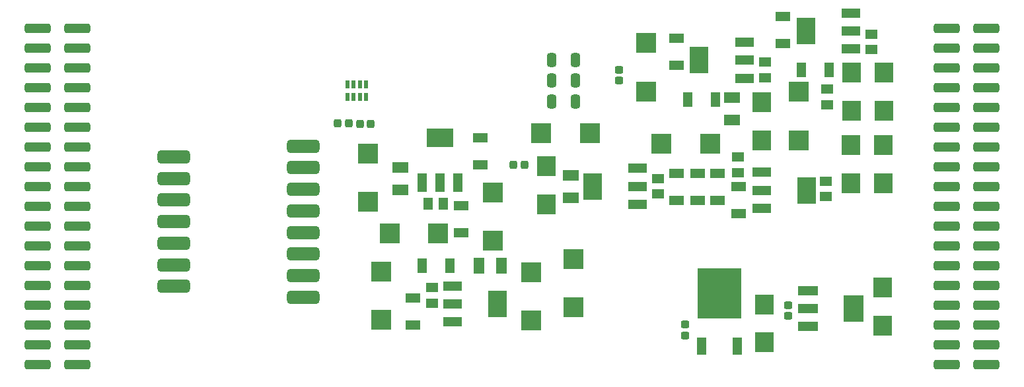
<source format=gts>
G04*
G04 #@! TF.GenerationSoftware,Altium Limited,Altium Designer,22.4.2 (48)*
G04*
G04 Layer_Color=8388736*
%FSLAX25Y25*%
%MOIN*%
G70*
G04*
G04 #@! TF.SameCoordinates,5B287986-ABF7-48FA-9945-848A1B873533*
G04*
G04*
G04 #@! TF.FilePolarity,Negative*
G04*
G01*
G75*
%ADD43R,0.04528X0.09252*%
%ADD44R,0.13583X0.09252*%
%ADD45R,0.09252X0.04528*%
%ADD46R,0.09252X0.13583*%
%ADD47R,0.10433X0.10039*%
%ADD48R,0.07677X0.04724*%
%ADD49R,0.04724X0.07677*%
%ADD50R,0.09646X0.10039*%
%ADD51R,0.10039X0.10433*%
%ADD52R,0.06299X0.04528*%
G04:AMPARAMS|DCode=53|XSize=66.93mil|YSize=165.35mil|CornerRadius=18.7mil|HoleSize=0mil|Usage=FLASHONLY|Rotation=270.000|XOffset=0mil|YOffset=0mil|HoleType=Round|Shape=RoundedRectangle|*
%AMROUNDEDRECTD53*
21,1,0.06693,0.12795,0,0,270.0*
21,1,0.02953,0.16535,0,0,270.0*
1,1,0.03740,-0.06398,-0.01476*
1,1,0.03740,-0.06398,0.01476*
1,1,0.03740,0.06398,0.01476*
1,1,0.03740,0.06398,-0.01476*
%
%ADD53ROUNDEDRECTD53*%
G04:AMPARAMS|DCode=54|XSize=48.03mil|YSize=133.86mil|CornerRadius=13.98mil|HoleSize=0mil|Usage=FLASHONLY|Rotation=270.000|XOffset=0mil|YOffset=0mil|HoleType=Round|Shape=RoundedRectangle|*
%AMROUNDEDRECTD54*
21,1,0.04803,0.10591,0,0,270.0*
21,1,0.02008,0.13386,0,0,270.0*
1,1,0.02795,-0.05295,-0.01004*
1,1,0.02795,-0.05295,0.01004*
1,1,0.02795,0.05295,0.01004*
1,1,0.02795,0.05295,-0.01004*
%
%ADD54ROUNDEDRECTD54*%
%ADD55R,0.02362X0.03937*%
G04:AMPARAMS|DCode=56|XSize=47.24mil|YSize=70.87mil|CornerRadius=13.78mil|HoleSize=0mil|Usage=FLASHONLY|Rotation=0.000|XOffset=0mil|YOffset=0mil|HoleType=Round|Shape=RoundedRectangle|*
%AMROUNDEDRECTD56*
21,1,0.04724,0.04331,0,0,0.0*
21,1,0.01968,0.07087,0,0,0.0*
1,1,0.02756,0.00984,-0.02165*
1,1,0.02756,-0.00984,-0.02165*
1,1,0.02756,-0.00984,0.02165*
1,1,0.02756,0.00984,0.02165*
%
%ADD56ROUNDEDRECTD56*%
G04:AMPARAMS|DCode=57|XSize=43.31mil|YSize=39.37mil|CornerRadius=11.81mil|HoleSize=0mil|Usage=FLASHONLY|Rotation=0.000|XOffset=0mil|YOffset=0mil|HoleType=Round|Shape=RoundedRectangle|*
%AMROUNDEDRECTD57*
21,1,0.04331,0.01575,0,0,0.0*
21,1,0.01968,0.03937,0,0,0.0*
1,1,0.02362,0.00984,-0.00787*
1,1,0.02362,-0.00984,-0.00787*
1,1,0.02362,-0.00984,0.00787*
1,1,0.02362,0.00984,0.00787*
%
%ADD57ROUNDEDRECTD57*%
G04:AMPARAMS|DCode=58|XSize=43.31mil|YSize=39.37mil|CornerRadius=11.81mil|HoleSize=0mil|Usage=FLASHONLY|Rotation=270.000|XOffset=0mil|YOffset=0mil|HoleType=Round|Shape=RoundedRectangle|*
%AMROUNDEDRECTD58*
21,1,0.04331,0.01575,0,0,270.0*
21,1,0.01968,0.03937,0,0,270.0*
1,1,0.02362,-0.00787,-0.00984*
1,1,0.02362,-0.00787,0.00984*
1,1,0.02362,0.00787,0.00984*
1,1,0.02362,0.00787,-0.00984*
%
%ADD58ROUNDEDRECTD58*%
%ADD59R,0.10236X0.04724*%
%ADD60R,0.10236X0.13780*%
%ADD61R,0.22047X0.25197*%
%ADD62R,0.04724X0.09055*%
%ADD63R,0.07874X0.05315*%
%ADD64R,0.05315X0.07874*%
%ADD65R,0.04528X0.06299*%
D43*
X-316976Y-111370D02*
D03*
X-307921D02*
D03*
X-298866D02*
D03*
D44*
X-307921Y-88535D02*
D03*
D45*
X-301685Y-163543D02*
D03*
Y-172598D02*
D03*
Y-181653D02*
D03*
X-145717Y-106095D02*
D03*
Y-115150D02*
D03*
Y-124205D02*
D03*
X-100474Y-43752D02*
D03*
Y-34697D02*
D03*
Y-25642D02*
D03*
X-208221Y-122189D02*
D03*
Y-113134D02*
D03*
Y-104079D02*
D03*
X-154299Y-58441D02*
D03*
Y-49386D02*
D03*
Y-40331D02*
D03*
D46*
X-278850Y-172598D02*
D03*
X-122882Y-115150D02*
D03*
X-123308Y-34697D02*
D03*
X-231055Y-113134D02*
D03*
X-177134Y-49386D02*
D03*
D47*
X-203842Y-40709D02*
D03*
Y-65118D02*
D03*
X-240630Y-174221D02*
D03*
Y-149811D02*
D03*
X-337638Y-180520D02*
D03*
Y-156110D02*
D03*
X-281449Y-140709D02*
D03*
Y-116299D02*
D03*
X-344189Y-121055D02*
D03*
Y-96646D02*
D03*
X-262047Y-181024D02*
D03*
Y-156614D02*
D03*
X-126992Y-65402D02*
D03*
Y-89811D02*
D03*
D48*
X-188472Y-38213D02*
D03*
Y-51992D02*
D03*
X-135055Y-27126D02*
D03*
Y-40905D02*
D03*
X-167811Y-106496D02*
D03*
Y-120276D02*
D03*
X-157228Y-113134D02*
D03*
Y-126913D02*
D03*
X-188472Y-106496D02*
D03*
Y-120276D02*
D03*
X-321512Y-169488D02*
D03*
Y-183268D02*
D03*
X-297323Y-122874D02*
D03*
Y-136653D02*
D03*
X-287496Y-88606D02*
D03*
Y-102386D02*
D03*
X-177890Y-120276D02*
D03*
Y-106496D02*
D03*
D49*
X-182875Y-69260D02*
D03*
X-169096D02*
D03*
X-111787Y-54425D02*
D03*
X-125567D02*
D03*
X-303031Y-153197D02*
D03*
X-316811D02*
D03*
D50*
X-100535Y-92150D02*
D03*
Y-111441D02*
D03*
X-254236Y-102984D02*
D03*
Y-122276D02*
D03*
X-100284Y-55614D02*
D03*
Y-74906D02*
D03*
X-145638Y-70480D02*
D03*
Y-89772D02*
D03*
X-84158Y-111441D02*
D03*
Y-92150D02*
D03*
X-83906Y-55685D02*
D03*
Y-74976D02*
D03*
X-84661Y-183504D02*
D03*
Y-164213D02*
D03*
X-144378Y-192071D02*
D03*
Y-172780D02*
D03*
D51*
X-171732Y-91465D02*
D03*
X-196142D02*
D03*
X-232457Y-86173D02*
D03*
X-256866D02*
D03*
X-333213Y-136819D02*
D03*
X-308803D02*
D03*
D52*
X-113134Y-118331D02*
D03*
Y-110457D02*
D03*
X-112630Y-64095D02*
D03*
Y-71969D02*
D03*
X-157732Y-98362D02*
D03*
Y-106236D02*
D03*
X-90205Y-36126D02*
D03*
Y-44000D02*
D03*
X-198047Y-117071D02*
D03*
Y-109197D02*
D03*
X-143883Y-50307D02*
D03*
Y-58181D02*
D03*
X-311937Y-172252D02*
D03*
Y-164378D02*
D03*
D53*
X-376842Y-169165D02*
D03*
Y-158260D02*
D03*
Y-147354D02*
D03*
Y-136449D02*
D03*
Y-125543D02*
D03*
Y-114638D02*
D03*
Y-103732D02*
D03*
Y-92827D02*
D03*
X-442276Y-98280D02*
D03*
Y-109185D02*
D03*
Y-120091D02*
D03*
Y-130996D02*
D03*
Y-141902D02*
D03*
Y-152807D02*
D03*
Y-163713D02*
D03*
D54*
X-490882Y-33161D02*
D03*
X-510882D02*
D03*
X-490882Y-43161D02*
D03*
X-510882D02*
D03*
X-490882Y-53161D02*
D03*
X-510882D02*
D03*
X-490882Y-63161D02*
D03*
X-510882D02*
D03*
X-490882Y-73161D02*
D03*
X-510882D02*
D03*
X-490882Y-83161D02*
D03*
X-510882D02*
D03*
X-490882Y-93161D02*
D03*
X-510882D02*
D03*
X-490882Y-103161D02*
D03*
X-510882D02*
D03*
X-490882Y-113161D02*
D03*
X-510882D02*
D03*
X-490882Y-123161D02*
D03*
X-510882D02*
D03*
X-490882Y-133161D02*
D03*
X-510882D02*
D03*
X-490882Y-143161D02*
D03*
X-510882D02*
D03*
X-490882Y-153161D02*
D03*
X-510882D02*
D03*
X-490882Y-163161D02*
D03*
X-510882D02*
D03*
X-490882Y-173161D02*
D03*
X-510882D02*
D03*
X-490882Y-183161D02*
D03*
X-510882D02*
D03*
X-490882Y-193161D02*
D03*
X-510882D02*
D03*
X-490882Y-203161D02*
D03*
X-510882D02*
D03*
X-52220D02*
D03*
X-32221D02*
D03*
X-52220Y-193161D02*
D03*
X-32221D02*
D03*
X-52220Y-183161D02*
D03*
X-32221D02*
D03*
X-52220Y-173161D02*
D03*
X-32221D02*
D03*
X-52220Y-163161D02*
D03*
X-32221D02*
D03*
X-52220Y-153161D02*
D03*
X-32221D02*
D03*
X-52220Y-143161D02*
D03*
X-32221D02*
D03*
X-52220Y-133161D02*
D03*
X-32221D02*
D03*
X-52220Y-123161D02*
D03*
X-32221D02*
D03*
X-52220Y-113161D02*
D03*
X-32221D02*
D03*
X-52220Y-103161D02*
D03*
X-32221D02*
D03*
X-52220Y-93161D02*
D03*
X-32221D02*
D03*
X-52220Y-83161D02*
D03*
X-32221D02*
D03*
X-52220Y-73161D02*
D03*
X-32221D02*
D03*
X-52220Y-63161D02*
D03*
X-32221D02*
D03*
X-52220Y-53161D02*
D03*
X-32221D02*
D03*
X-52220Y-43161D02*
D03*
X-32221D02*
D03*
X-52220Y-33161D02*
D03*
X-32221D02*
D03*
D55*
X-345260Y-61606D02*
D03*
X-348410D02*
D03*
X-351559D02*
D03*
X-354709D02*
D03*
Y-67905D02*
D03*
X-351559D02*
D03*
X-348410D02*
D03*
X-345260D02*
D03*
D56*
X-239764Y-49134D02*
D03*
X-251575D02*
D03*
Y-59716D02*
D03*
X-239764D02*
D03*
Y-70299D02*
D03*
X-251575D02*
D03*
D57*
X-217701Y-59701D02*
D03*
Y-54189D02*
D03*
X-132283Y-173118D02*
D03*
Y-178630D02*
D03*
X-184189Y-182945D02*
D03*
Y-188457D02*
D03*
D58*
X-270850Y-102299D02*
D03*
X-265339D02*
D03*
X-354031Y-81386D02*
D03*
X-359543D02*
D03*
X-342945Y-81638D02*
D03*
X-348457D02*
D03*
D59*
X-122283Y-165811D02*
D03*
Y-174866D02*
D03*
Y-183921D02*
D03*
D60*
X-99449Y-174866D02*
D03*
D61*
X-166803Y-167374D02*
D03*
D62*
X-157807Y-193949D02*
D03*
X-175799Y-193949D02*
D03*
D63*
X-241890Y-119095D02*
D03*
Y-107677D02*
D03*
X-160504Y-79535D02*
D03*
Y-68118D02*
D03*
X-327811Y-103646D02*
D03*
Y-115063D02*
D03*
D64*
X-277000Y-153197D02*
D03*
X-288417D02*
D03*
D65*
X-314110Y-121953D02*
D03*
X-306236D02*
D03*
M02*

</source>
